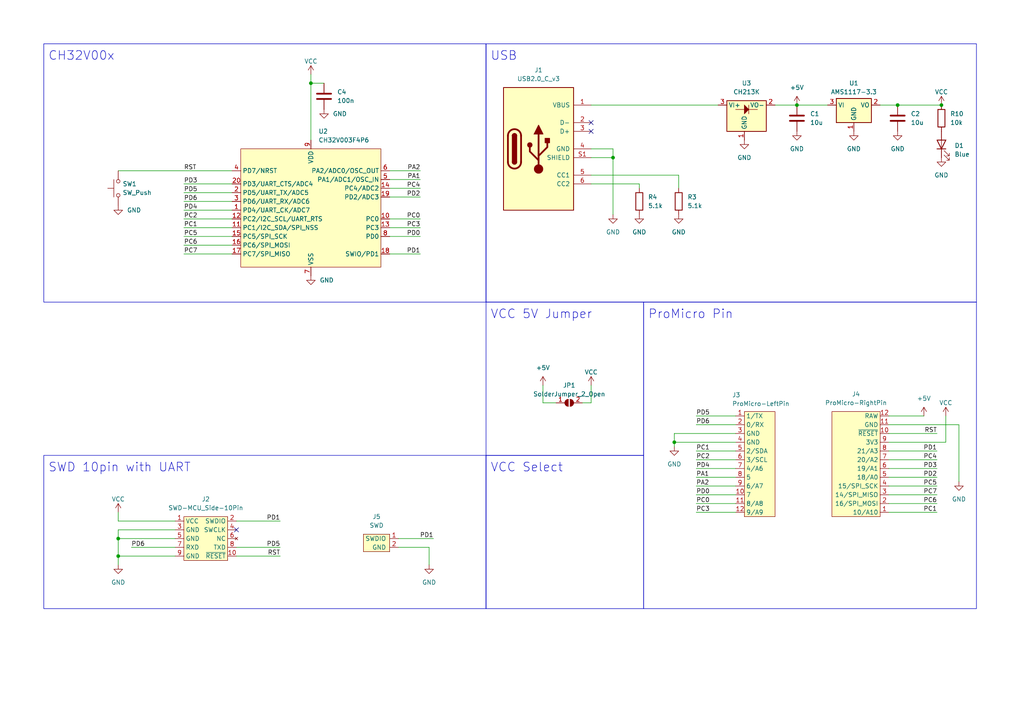
<source format=kicad_sch>
(kicad_sch (version 20231120) (generator "eeschema") (generator_version "8.0")
  (paper "A4")
  (title_block (title "CH32V003 ProMicro") (rev "v1.3.1"))
  (lib_symbols
    (symbol "74th_Interface:ProMicro-Left"
      (property "Reference" "CH" (at 0 12.7 0))
      (property "Value" "ProMicro-Left" (at 0 15.24 0))
      (symbol "ProMicro-Left_0_1"
        (rectangle (start -3.81 11.43) (end 5.08 -19.05) (stroke (width 0.1524)) (fill (type background)))
      )
      (symbol "ProMicro-Left_1_1"
        (pin bidirectional line (at -6.35 10.16 0) (length 2.54) (name "1/TX") (number "1"))
        (pin bidirectional line (at -6.35 -12.7 0) (length 2.54) (name "7") (number "10"))
        (pin bidirectional line (at -6.35 -15.24 0) (length 2.54) (name "8/A8") (number "11"))
        (pin bidirectional line (at -6.35 -17.78 0) (length 2.54) (name "9/A9") (number "12"))
        (pin bidirectional line (at -6.35 7.62 0) (length 2.54) (name "0/RX") (number "2"))
        (pin power_in line (at -6.35 5.08 0) (length 2.54) (name "GND") (number "3"))
        (pin power_in line (at -6.35 2.54 0) (length 2.54) (name "GND") (number "4"))
        (pin bidirectional line (at -6.35 0 0) (length 2.54) (name "2/SDA") (number "5"))
        (pin bidirectional line (at -6.35 -2.54 0) (length 2.54) (name "3/SCL") (number "6"))
        (pin bidirectional line (at -6.35 -5.08 0) (length 2.54) (name "4/A6") (number "7"))
        (pin bidirectional line (at -6.35 -7.62 0) (length 2.54) (name "5") (number "8"))
        (pin bidirectional line (at -6.35 -10.16 0) (length 2.54) (name "6/A7") (number "9"))
      )
    )
    (symbol "74th_Interface:ProMicro-Right"
      (property "Reference" "CH" (at 0 12.7 0))
      (property "Value" "ProMicro-Right" (at 0 15.24 0))
      (symbol "ProMicro-Right_0_1"
        (rectangle (start -3.81 11.43) (end 10.16 -19.05) (stroke (width 0.1524)) (fill (type background)))
      )
      (symbol "ProMicro-Right_1_1"
        (pin bidirectional line (at 12.7 -17.78 180) (length 2.54) (name "10/A10") (number "1"))
        (pin input line (at 12.7 5.08 180) (length 2.54) (name "~{RESET}") (number "10"))
        (pin power_in line (at 12.7 7.62 180) (length 2.54) (name "GND") (number "11"))
        (pin power_in line (at 12.7 10.16 180) (length 2.54) (name "RAW") (number "12"))
        (pin bidirectional line (at 12.7 -15.24 180) (length 2.54) (name "16/SPI_MOSI") (number "2"))
        (pin bidirectional line (at 12.7 -12.7 180) (length 2.54) (name "14/SPI_MISO") (number "3"))
        (pin bidirectional line (at 12.7 -10.16 180) (length 2.54) (name "15/SPI_SCK") (number "4"))
        (pin bidirectional line (at 12.7 -7.62 180) (length 2.54) (name "18/A0") (number "5"))
        (pin bidirectional line (at 12.7 -5.08 180) (length 2.54) (name "19/A1") (number "6"))
        (pin bidirectional line (at 12.7 -2.54 180) (length 2.54) (name "20/A2") (number "7"))
        (pin bidirectional line (at 12.7 0 180) (length 2.54) (name "21/A3") (number "8"))
        (pin power_in line (at 12.7 2.54 180) (length 2.54) (name "3V3") (number "9"))
      )
    )
    (symbol "74th_Interface:SWD_10Pin_MCU-Side"
      (property "Reference" "J" (at 0 7.62 0))
      (property "Value" "SWD_10Pin_MCU-Side" (at 0 5.08 0))
      (symbol "SWD_10Pin_MCU-Side_0_1"
        (rectangle (start -6.35 3.81) (end 6.35 -8.89) (fill (type background)))
      )
      (symbol "SWD_10Pin_MCU-Side_1_1"
        (pin passive line (at -8.89 2.54 0) (length 2.54) (name "VCC") (number "1"))
        (pin bidirectional line (at 8.89 -7.62 180) (length 2.54) (name "~{RESET}") (number "10"))
        (pin bidirectional line (at 8.89 2.54 180) (length 2.54) (name "SWDIO") (number "2"))
        (pin passive line (at -8.89 0 0) (length 2.54) (name "GND") (number "3"))
        (pin input line (at 8.89 0 180) (length 2.54) (name "SWCLK") (number "4"))
        (pin passive line (at -8.89 -2.54 0) (length 2.54) (name "GND") (number "5"))
        (pin no_connect line (at 8.89 -2.54 180) (length 2.54) (name "NC") (number "6"))
        (pin input line (at -8.89 -5.08 0) (length 2.54) (name "RXD") (number "7"))
        (pin output line (at 8.89 -5.08 180) (length 2.54) (name "TXD") (number "8"))
        (pin passive line (at -8.89 -7.62 0) (length 2.54) (name "GND") (number "9"))
      )
    )
    (symbol "74th_Interface:SWD_WCH-1Wire" (pin_names (offset 1.016))
      (property "Reference" "CH" (at -3.81 5.08 0))
      (property "Value" "SWD" (at 3.81 5.08 0))
      (symbol "SWD_WCH-1Wire_0_1"
        (rectangle (start -3.81 3.81) (end 3.81 -1.27) (fill (type background)))
      )
      (symbol "SWD_WCH-1Wire_1_1"
        (pin bidirectional line (at 6.35 2.54 180) (length 2.54) (name "SWDIO") (number "1"))
        (pin power_in line (at 6.35 0 180) (length 2.54) (name "GND") (number "2"))
      )
    )
    (symbol "74th_Interface:USB_TypeC-2.0_Receptacle_Simple" (pin_names (offset 1.016))
      (property "Reference" "J" (at -10.16 19.05 0))
      (property "Value" "USB2.0-C_SMT" (at 15.24 19.05 0))
      (symbol "USB_TypeC-2.0_Receptacle_Simple_0_1"
        (rectangle (start -10.16 17.78) (end 10.16 -17.78) (stroke (width 0.254)) (fill (type background)))
        (arc (start -8.89 -3.81) (mid -6.985 -5.7067) (end -5.08 -3.81) (stroke (width 0.508)))
        (arc (start -7.62 -3.81) (mid -6.985 -4.4423) (end -6.35 -3.81) (stroke (width 0.254)))
        (arc (start -7.62 -3.81) (mid -6.985 -4.4423) (end -6.35 -3.81) (stroke (width 0.254)) (fill (type outline)))
        (rectangle (start -7.62 -3.81) (end -6.35 3.81) (stroke (width 0.254)) (fill (type outline)))
        (arc (start -6.35 3.81) (mid -6.985 4.4423) (end -7.62 3.81) (stroke (width 0.254)))
        (arc (start -6.35 3.81) (mid -6.985 4.4423) (end -7.62 3.81) (stroke (width 0.254)) (fill (type outline)))
        (arc (start -5.08 3.81) (mid -6.985 5.7067) (end -8.89 3.81) (stroke (width 0.508)))
        (circle (center -2.54 1.143) (radius 0.635) (stroke (width 0.254)) (fill (type outline)))
        (circle (center 0 -5.842) (radius 1.27) (fill (type outline)))
        (polyline (pts (xy -8.89 -3.81) (xy -8.89 3.81)) (stroke (width 0.508)))
        (polyline (pts (xy -5.08 3.81) (xy -5.08 -3.81)) (stroke (width 0.508)))
        (polyline (pts (xy 0 -5.842) (xy 0 4.318)) (stroke (width 0.508)))
        (polyline (pts (xy 0 -3.302) (xy -2.54 -0.762) (xy -2.54 0.508)) (stroke (width 0.508)))
        (polyline (pts (xy 0 -2.032) (xy 2.54 0.508) (xy 2.54 1.778)) (stroke (width 0.508)))
        (polyline (pts (xy -1.27 4.318) (xy 0 6.858) (xy 1.27 4.318) (xy -1.27 4.318)) (stroke (width 0.254)) (fill (type outline)))
        (rectangle (start 1.905 1.778) (end 3.175 3.048) (stroke (width 0.254)) (fill (type outline)))
      )
      (symbol "USB_TypeC-2.0_Receptacle_Simple_1_1"
        (pin power_out line (at 15.24 12.7 180) (length 5.08) (name "VBUS") (number "1"))
        (pin bidirectional line (at 15.24 7.62 180) (length 5.08) (name "D-") (number "2"))
        (pin bidirectional line (at 15.24 5.08 180) (length 5.08) (name "D+") (number "3"))
        (pin power_out line (at 15.24 0 180) (length 5.08) (name "GND") (number "4"))
        (pin input line (at 15.24 -7.62 180) (length 5.08) (name "CC1") (number "5"))
        (pin input line (at 15.24 -10.16 180) (length 5.08) (name "CC2") (number "6"))
        (pin passive line (at 15.24 -2.54 180) (length 5.08) (name "SHIELD") (number "S1"))
      )
    )
    (symbol "74th_MCU:CH32V003F4P6"
      (property "Reference" "U" (at -11.43 25.4 0))
      (property "Value" "CH32V003F4P6" (at 12.7 25.4 0))
      (symbol "CH32V003F4P6_0_1"
        (rectangle (start -20.32 24.13) (end 20.32 -10.16) (stroke (width 0.1524)) (fill (type background)))
      )
      (symbol "CH32V003F4P6_1_1"
        (pin bidirectional line (at -22.86 6.35 0) (length 2.54) (name "PD4/UART_CK/ADC7") (number "1"))
        (pin bidirectional line (at 22.86 3.81 180) (length 2.54) (name "PC0") (number "10"))
        (pin bidirectional line (at -22.86 1.27 0) (length 2.54) (name "PC1/I2C_SDA/SPI_NSS") (number "11"))
        (pin bidirectional line (at -22.86 3.81 0) (length 2.54) (name "PC2/I2C_SCL/UART_RTS") (number "12"))
        (pin bidirectional line (at 22.86 1.27 180) (length 2.54) (name "PC3") (number "13"))
        (pin bidirectional line (at 22.86 12.7 180) (length 2.54) (name "PC4/ADC2") (number "14"))
        (pin bidirectional line (at -22.86 -1.27 0) (length 2.54) (name "PC5/SPI_SCK") (number "15"))
        (pin bidirectional line (at -22.86 -3.81 0) (length 2.54) (name "PC6/SPI_MOSI") (number "16"))
        (pin bidirectional line (at -22.86 -6.35 0) (length 2.54) (name "PC7/SPI_MISO") (number "17"))
        (pin bidirectional line (at 22.86 -6.35 180) (length 2.54) (name "SWIO/PD1") (number "18"))
        (pin bidirectional line (at 22.86 10.16 180) (length 2.54) (name "PD2/ADC3") (number "19"))
        (pin bidirectional line (at -22.86 11.43 0) (length 2.54) (name "PD5/UART_TX/ADC5") (number "2"))
        (pin bidirectional line (at -22.86 13.97 0) (length 2.54) (name "PD3/UART_CTS/ADC4") (number "20"))
        (pin bidirectional line (at -22.86 8.89 0) (length 2.54) (name "PD6/UART_RX/ADC6") (number "3"))
        (pin bidirectional line (at -22.86 17.78 0) (length 2.54) (name "PD7/NRST") (number "4"))
        (pin bidirectional line (at 22.86 15.24 180) (length 2.54) (name "PA1/ADC1/OSC_IN") (number "5"))
        (pin bidirectional line (at 22.86 17.78 180) (length 2.54) (name "PA2/ADC0/OSC_OUT") (number "6"))
        (pin power_in line (at 0 -12.7 90) (length 2.54) (name "VSS") (number "7"))
        (pin bidirectional line (at 22.86 -1.27 180) (length 2.54) (name "PD0") (number "8"))
        (pin power_in line (at 0 26.67 270) (length 2.54) (name "VDD") (number "9"))
      )
    )
    (symbol "74th_Passive:AMS1117-3.3_Regulator_SOT89"
      (property "Reference" "U" (at -3.81 3.175 0))
      (property "Value" "AMS1117" (at 0 3.175 0))
      (symbol "AMS1117-3.3_Regulator_SOT89_0_1"
        (rectangle (start -5.08 1.905) (end 5.08 -5.08) (stroke (width 0.254)) (fill (type background)))
      )
      (symbol "AMS1117-3.3_Regulator_SOT89_1_1"
        (pin power_in line (at 0 -7.62 90) (length 2.54) (name "GND") (number "1"))
        (pin power_out line (at 7.62 0 180) (length 2.54) (name "VO") (number "2"))
        (pin power_in line (at -7.62 0 0) (length 2.54) (name "VI") (number "3"))
      )
    )
    (symbol "74th_Passive:CH213K_Ideal-Diode-for-USB-Power"
      (property "Reference" "U" (at -3.81 6.35 0))
      (property "Value" "CH213K" (at 2.54 6.35 0))
      (symbol "CH213K_Ideal-Diode-for-USB-Power_0_1"
        (polyline (pts (xy -2.54 2.54) (xy 3.81 2.54)))
        (polyline (pts (xy 1.27 3.81) (xy 1.27 1.27)))
      )
      (symbol "CH213K_Ideal-Diode-for-USB-Power_1_1"
        (rectangle (start -5.08 5.08) (end 6.35 -3.81) (stroke (width 0.254)) (fill (type background)))
        (polyline (pts (xy 0 3.81) (xy 0 1.27) (xy 1.27 2.54) (xy 0 3.81)) (fill (type outline)))
        (pin power_in line (at 0 -6.35 90) (length 2.54) (name "GND") (number "1"))
        (pin power_out line (at 8.89 3.81 180) (length 2.54) (name "VO-") (number "2"))
        (pin power_in line (at -7.62 3.81 0) (length 2.54) (name "VI+") (number "3"))
      )
    )
    (symbol "Device:C" (pin_numbers hide) (pin_names (offset 0.254))
      (property "Reference" "C" (at 0.635 2.54 0))
      (property "Value" "C" (at 0.635 -2.54 0))
      (symbol "C_0_1"
        (polyline (pts (xy -2.032 -0.762) (xy 2.032 -0.762)) (stroke (width 0.508)))
        (polyline (pts (xy -2.032 0.762) (xy 2.032 0.762)) (stroke (width 0.508)))
      )
      (symbol "C_1_1"
        (pin passive line (at 0 3.81 270) (length 2.794) (name "~") (number "1"))
        (pin passive line (at 0 -3.81 90) (length 2.794) (name "~") (number "2"))
      )
    )
    (symbol "Device:LED" (pin_numbers hide) (pin_names (offset 1.016) hide)
      (property "Reference" "D" (at 0 2.54 0))
      (property "Value" "LED" (at 0 -2.54 0))
      (symbol "LED_0_1"
        (polyline (pts (xy -1.27 -1.27) (xy -1.27 1.27)) (stroke (width 0.254)))
        (polyline (pts (xy -1.27 0) (xy 1.27 0)))
        (polyline (pts (xy 1.27 -1.27) (xy 1.27 1.27) (xy -1.27 0) (xy 1.27 -1.27)) (stroke (width 0.254)))
        (polyline (pts (xy -3.048 -0.762) (xy -4.572 -2.286) (xy -3.81 -2.286) (xy -4.572 -2.286) (xy -4.572 -1.524)))
        (polyline (pts (xy -1.778 -0.762) (xy -3.302 -2.286) (xy -2.54 -2.286) (xy -3.302 -2.286) (xy -3.302 -1.524)))
      )
      (symbol "LED_1_1"
        (pin passive line (at -3.81 0 0) (length 2.54) (name "K") (number "1"))
        (pin passive line (at 3.81 0 180) (length 2.54) (name "A") (number "2"))
      )
    )
    (symbol "Device:R" (pin_numbers hide) (pin_names (offset 0))
      (property "Reference" "R" (at 2.032 0 90))
      (property "Value" "R" (at 0 0 90))
      (symbol "R_0_1"
        (rectangle (start -1.016 -2.54) (end 1.016 2.54) (stroke (width 0.254)))
      )
      (symbol "R_1_1"
        (pin passive line (at 0 3.81 270) (length 1.27) (name "~") (number "1"))
        (pin passive line (at 0 -3.81 90) (length 1.27) (name "~") (number "2"))
      )
    )
    (symbol "Jumper:SolderJumper_2_Open" (pin_names (offset 0) hide)
      (property "Reference" "JP" (at 0 2.032 0))
      (property "Value" "SolderJumper_2_Open" (at 0 -2.54 0))
      (symbol "SolderJumper_2_Open_0_1"
        (arc (start -0.254 1.016) (mid -1.2656 0) (end -0.254 -1.016))
        (arc (start -0.254 1.016) (mid -1.2656 0) (end -0.254 -1.016) (fill (type outline)))
        (polyline (pts (xy -0.254 1.016) (xy -0.254 -1.016)))
        (polyline (pts (xy 0.254 1.016) (xy 0.254 -1.016)))
        (arc (start 0.254 -1.016) (mid 1.2656 0) (end 0.254 1.016))
        (arc (start 0.254 -1.016) (mid 1.2656 0) (end 0.254 1.016) (fill (type outline)))
      )
      (symbol "SolderJumper_2_Open_1_1"
        (pin passive line (at -3.81 0 0) (length 2.54) (name "A") (number "1"))
        (pin passive line (at 3.81 0 180) (length 2.54) (name "B") (number "2"))
      )
    )
    (symbol "Switch:SW_Push" (pin_numbers hide) (pin_names (offset 1.016) hide)
      (property "Reference" "SW" (at 1.27 2.54 0))
      (property "Value" "SW_Push" (at 0 -1.524 0))
      (symbol "SW_Push_0_1"
        (circle (center -2.032 0) (radius 0.508))
        (polyline (pts (xy 0 1.27) (xy 0 3.048)))
        (polyline (pts (xy 2.54 1.27) (xy -2.54 1.27)))
        (circle (center 2.032 0) (radius 0.508))
        (pin passive line (at -5.08 0 0) (length 2.54) (name "1") (number "1"))
        (pin passive line (at 5.08 0 180) (length 2.54) (name "2") (number "2"))
      )
    )
    (symbol "power:+5V" (power) (pin_names (offset 0))
      (property "Value" "+5V" (at 0 3.556 0))
      (symbol "+5V_0_1"
        (polyline (pts (xy -0.762 1.27) (xy 0 2.54)))
        (polyline (pts (xy 0 0) (xy 0 2.54)))
        (polyline (pts (xy 0 2.54) (xy 0.762 1.27)))
      )
      (symbol "+5V_1_1"
        (pin power_in line (at 0 0 90) (length 0) hide (name "+5V") (number "1"))
      )
    )
    (symbol "power:GND" (power) (pin_names (offset 0))
      (property "Value" "GND" (at 0 -3.81 0))
      (symbol "GND_0_1"
        (polyline (pts (xy 0 0) (xy 0 -1.27) (xy 1.27 -1.27) (xy 0 -2.54) (xy -1.27 -1.27) (xy 0 -1.27)))
      )
      (symbol "GND_1_1"
        (pin power_in line (at 0 0 270) (length 0) hide (name "GND") (number "1"))
      )
    )
    (symbol "power:VCC" (power) (pin_names (offset 0))
      (property "Value" "VCC" (at 0 3.81 0))
      (symbol "VCC_0_1"
        (polyline (pts (xy -0.762 1.27) (xy 0 2.54)))
        (polyline (pts (xy 0 0) (xy 0 2.54)))
        (polyline (pts (xy 0 2.54) (xy 0.762 1.27)))
      )
      (symbol "VCC_1_1"
        (pin power_in line (at 0 0 90) (length 0) hide (name "VCC") (number "1"))
      )
    )
  )
  (junction (at 195.58 128.27))
  (junction (at 34.29 161.29))
  (junction (at 260.35 30.48))
  (junction (at 34.29 156.21))
  (junction (at 177.8 45.72))
  (junction (at 273.05 30.48))
  (junction (at 90.17 24.13))
  (junction (at 231.14 30.48))
  (no_connect (at 68.58 153.67))
  (no_connect (at 171.45 38.1))
  (no_connect (at 171.45 35.56))
  (wire (pts (xy 53.34 71.12) (xy 67.31 71.12)))
  (wire (pts (xy 53.34 60.96) (xy 67.31 60.96)))
  (wire (pts (xy 53.34 53.34) (xy 67.31 53.34)))
  (wire (pts (xy 201.93 148.59) (xy 213.36 148.59)))
  (wire (pts (xy 257.81 128.27) (xy 274.32 128.27)))
  (wire (pts (xy 53.34 63.5) (xy 67.31 63.5)))
  (wire (pts (xy 231.14 30.48) (xy 240.03 30.48)))
  (wire (pts (xy 53.34 66.04) (xy 67.31 66.04)))
  (wire (pts (xy 90.17 21.59) (xy 90.17 24.13)))
  (wire (pts (xy 201.93 123.19) (xy 213.36 123.19)))
  (wire (pts (xy 224.79 30.48) (xy 231.14 30.48)))
  (wire (pts (xy 196.85 50.8) (xy 196.85 54.61)))
  (wire (pts (xy 201.93 140.97) (xy 213.36 140.97)))
  (wire (pts (xy 257.81 120.65) (xy 267.97 120.65)))
  (wire (pts (xy 201.93 133.35) (xy 213.36 133.35)))
  (wire (pts (xy 34.29 153.67) (xy 50.8 153.67)))
  (wire (pts (xy 260.35 30.48) (xy 273.05 30.48)))
  (wire (pts (xy 124.46 158.75) (xy 124.46 163.83)))
  (wire (pts (xy 201.93 130.81) (xy 213.36 130.81)))
  (wire (pts (xy 34.29 156.21) (xy 50.8 156.21)))
  (wire (pts (xy 201.93 135.89) (xy 213.36 135.89)))
  (wire (pts (xy 34.29 161.29) (xy 34.29 163.83)))
  (wire (pts (xy 177.8 45.72) (xy 177.8 62.23)))
  (wire (pts (xy 171.45 53.34) (xy 185.42 53.34)))
  (wire (pts (xy 257.81 148.59) (xy 271.78 148.59)))
  (wire (pts (xy 257.81 123.19) (xy 278.13 123.19)))
  (wire (pts (xy 34.29 153.67) (xy 34.29 156.21)))
  (wire (pts (xy 121.92 57.15) (xy 113.03 57.15)))
  (wire (pts (xy 257.81 125.73) (xy 271.78 125.73)))
  (wire (pts (xy 161.29 116.84) (xy 157.48 116.84)))
  (wire (pts (xy 113.03 52.07) (xy 121.92 52.07)))
  (wire (pts (xy 34.29 151.13) (xy 34.29 148.59)))
  (wire (pts (xy 213.36 125.73) (xy 195.58 125.73)))
  (wire (pts (xy 171.45 30.48) (xy 208.28 30.48)))
  (wire (pts (xy 38.1 158.75) (xy 50.8 158.75)))
  (wire (pts (xy 201.93 143.51) (xy 213.36 143.51)))
  (wire (pts (xy 257.81 143.51) (xy 271.78 143.51)))
  (wire (pts (xy 34.29 156.21) (xy 34.29 161.29)))
  (wire (pts (xy 121.92 63.5) (xy 113.03 63.5)))
  (wire (pts (xy 201.93 120.65) (xy 213.36 120.65)))
  (wire (pts (xy 115.57 158.75) (xy 124.46 158.75)))
  (wire (pts (xy 278.13 123.19) (xy 278.13 139.7)))
  (wire (pts (xy 90.17 24.13) (xy 93.98 24.13)))
  (wire (pts (xy 157.48 116.84) (xy 157.48 111.76)))
  (wire (pts (xy 113.03 49.53) (xy 121.92 49.53)))
  (wire (pts (xy 171.45 45.72) (xy 177.8 45.72)))
  (wire (pts (xy 50.8 161.29) (xy 34.29 161.29)))
  (wire (pts (xy 53.34 58.42) (xy 67.31 58.42)))
  (wire (pts (xy 195.58 125.73) (xy 195.58 128.27)))
  (wire (pts (xy 201.93 146.05) (xy 213.36 146.05)))
  (wire (pts (xy 177.8 43.18) (xy 177.8 45.72)))
  (wire (pts (xy 113.03 73.66) (xy 121.92 73.66)))
  (wire (pts (xy 257.81 138.43) (xy 271.78 138.43)))
  (wire (pts (xy 121.92 66.04) (xy 113.03 66.04)))
  (wire (pts (xy 257.81 140.97) (xy 271.78 140.97)))
  (wire (pts (xy 171.45 116.84) (xy 171.45 111.76)))
  (wire (pts (xy 257.81 146.05) (xy 271.78 146.05)))
  (wire (pts (xy 68.58 161.29) (xy 81.28 161.29)))
  (wire (pts (xy 257.81 135.89) (xy 271.78 135.89)))
  (wire (pts (xy 68.58 158.75) (xy 81.28 158.75)))
  (wire (pts (xy 53.34 55.88) (xy 67.31 55.88)))
  (wire (pts (xy 257.81 133.35) (xy 271.78 133.35)))
  (wire (pts (xy 195.58 128.27) (xy 213.36 128.27)))
  (wire (pts (xy 185.42 53.34) (xy 185.42 54.61)))
  (wire (pts (xy 121.92 68.58) (xy 113.03 68.58)))
  (wire (pts (xy 53.34 68.58) (xy 67.31 68.58)))
  (wire (pts (xy 90.17 24.13) (xy 90.17 40.64)))
  (wire (pts (xy 53.34 73.66) (xy 67.31 73.66)))
  (wire (pts (xy 177.8 43.18) (xy 171.45 43.18)))
  (wire (pts (xy 115.57 156.21) (xy 125.73 156.21)))
  (wire (pts (xy 171.45 50.8) (xy 196.85 50.8)))
  (wire (pts (xy 201.93 138.43) (xy 213.36 138.43)))
  (wire (pts (xy 68.58 151.13) (xy 81.28 151.13)))
  (wire (pts (xy 50.8 151.13) (xy 34.29 151.13)))
  (wire (pts (xy 257.81 130.81) (xy 271.78 130.81)))
  (wire (pts (xy 34.29 49.53) (xy 67.31 49.53)))
  (wire (pts (xy 195.58 128.27) (xy 195.58 129.54)))
  (wire (pts (xy 168.91 116.84) (xy 171.45 116.84)))
  (wire (pts (xy 255.27 30.48) (xy 260.35 30.48)))
  (wire (pts (xy 121.92 54.61) (xy 113.03 54.61)))
  (wire (pts (xy 274.32 128.27) (xy 274.32 120.65)))
  (rectangle (start 12.7 12.7) (end 140.97 87.63))
  (rectangle (start 140.97 12.7) (end 283.21 87.63))
  (rectangle (start 186.69 87.63) (end 283.21 176.53))
  (rectangle (start 140.97 132.08) (end 186.69 176.53))
  (rectangle (start 140.97 87.63) (end 186.69 132.08))
  (rectangle (start 12.7 132.08) (end 140.97 176.53))
  (text "VCC 5V Jumper" (at 142.24 92.71 0) (effects (font (size 2.54 2.54)) (justify left bottom)))
  (text "CH32V00x" (at 13.97 17.78 0) (effects (font (size 2.54 2.54)) (justify left bottom)))
  (text "VCC Select" (at 142.24 137.16 0) (effects (font (size 2.54 2.54)) (justify left bottom)))
  (text "ProMicro Pin" (at 187.96 92.71 0) (effects (font (size 2.54 2.54)) (justify left bottom)))
  (text "USB" (at 142.24 17.78 0) (effects (font (size 2.54 2.54)) (justify left bottom)))
  (text "SWD 10pin with UART" (at 13.97 137.16 0) (effects (font (size 2.54 2.54)) (justify left bottom)))
  (label "PC5" (at 53.34 68.58 0))
  (label "PA1" (at 201.93 138.43 0))
  (label "PC0" (at 121.92 63.5 180))
  (label "PC1" (at 201.93 130.81 0))
  (label "PC1" (at 53.34 66.04 0))
  (label "PD2" (at 271.78 138.43 180))
  (label "PC7" (at 271.78 143.51 180))
  (label "PC6" (at 271.78 146.05 180))
  (label "PC5" (at 271.78 140.97 180))
  (label "PA1" (at 121.92 52.07 180))
  (label "PD5" (at 81.28 158.75 180))
  (label "PD1" (at 125.73 156.21 180))
  (label "PD0" (at 121.92 68.58 180))
  (label "RST" (at 81.28 161.29 180))
  (label "PD5" (at 201.93 120.65 0))
  (label "PD5" (at 53.34 55.88 0))
  (label "PD4" (at 53.34 60.96 0))
  (label "RST" (at 271.78 125.73 180))
  (label "PC2" (at 201.93 133.35 0))
  (label "PA2" (at 121.92 49.53 180))
  (label "PD3" (at 53.34 53.34 0))
  (label "RST" (at 53.34 49.53 0))
  (label "PC4" (at 121.92 54.61 180))
  (label "PD1" (at 271.78 130.81 180))
  (label "PD1" (at 81.28 151.13 180))
  (label "PD2" (at 121.92 57.15 180))
  (label "PD4" (at 201.93 135.89 0))
  (label "PC3" (at 201.93 148.59 0))
  (label "PA2" (at 201.93 140.97 0))
  (label "PD6" (at 201.93 123.19 0))
  (label "PC4" (at 271.78 133.35 180))
  (label "PD1" (at 121.92 73.66 180))
  (label "PC3" (at 121.92 66.04 180))
  (label "PC1" (at 271.78 148.59 180))
  (label "PD0" (at 201.93 143.51 0))
  (label "PD3" (at 271.78 135.89 180))
  (label "PC2" (at 53.34 63.5 0))
  (label "PD6" (at 38.1 158.75 0))
  (label "PD6" (at 53.34 58.42 0))
  (label "PC0" (at 201.93 146.05 0))
  (label "PC7" (at 53.34 73.66 0))
  (label "PC6" (at 53.34 71.12 0))
  (symbol (lib_id "power:GND") (at 34.29 59.69 0) (unit 1)
    (property "Reference" "#PWR0115" (effects (hide yes)))
    (property "Value" "GND" (at 36.83 60.9599 0) (effects (justify left)))
  )
  (symbol (lib_id "power:VCC") (at 273.05 30.48 0) (unit 1)
    (property "Reference" "#PWR03" (effects (hide yes)))
    (property "Value" "VCC" (at 273.05 26.67 0))
  )
  (symbol (lib_id "power:VCC") (at 90.17 21.59 0) (unit 1)
    (property "Reference" "#PWR04" (effects (hide yes)))
    (property "Value" "VCC" (at 90.17 17.78 0))
  )
  (symbol (lib_id "power:GND") (at 177.8 62.23 0) (unit 1)
    (property "Reference" "#PWR0101" (effects (hide yes)))
    (property "Value" "GND" (at 177.8 67.31 0))
  )
  (symbol (lib_id "power:VCC") (at 274.32 120.65 0) (unit 1)
    (property "Reference" "#PWR02" (effects (hide yes)))
    (property "Value" "VCC" (at 274.32 116.84 0))
  )
  (symbol (lib_id "Switch:SW_Push") (at 34.29 54.61 90) (unit 1)
    (property "Reference" "SW1" (at 35.56 53.3399 90) (effects (justify right)))
    (property "Value" "SW_Push" (at 35.56 55.8799 90) (effects (justify right)))
    (property "Footprint" "74th:Switch_SKRPABE010" (effects (hide yes)))
    (property "Function" "RST" (effects (hide yes)))
  )
  (symbol (lib_id "Device:R") (at 273.05 34.29 0) (unit 1)
    (property "Reference" "R10" (at 275.59 33.02 0) (effects (justify left)))
    (property "Value" "10k" (at 275.59 35.56 0) (effects (justify left)))
    (property "Footprint" "74th:Register_0603_1608" (effects (hide yes)))
  )
  (symbol (lib_id "power:GND") (at 215.9 40.64 0) (unit 1)
    (property "Reference" "#PWR011" (effects (hide yes)))
    (property "Value" "GND" (at 215.9 45.72 0))
  )
  (symbol (lib_id "power:GND") (at 195.58 129.54 0) (unit 1)
    (property "Reference" "#PWR0113" (effects (hide yes)))
    (property "Value" "GND" (at 195.58 134.62 0))
  )
  (symbol (lib_id "power:+5V") (at 157.48 111.76 0) (unit 1)
    (property "Reference" "#PWR06" (effects (hide yes)))
    (property "Value" "+5V" (at 157.48 106.68 0))
  )
  (symbol (lib_id "74th_MCU:CH32V003F4P6") (at 90.17 67.31 0) (unit 1)
    (property "Reference" "U2" (at 92.3641 38.1 0) (effects (justify left)))
    (property "Value" "CH32V003F4P6" (at 92.3641 40.64 0) (effects (justify left)))
    (property "Footprint" "74th:Package_TSSOP-20_4.4x6.5mm_P0.65mm" (effects (hide yes)))
  )
  (symbol (lib_id "Jumper:SolderJumper_2_Open") (at 165.1 116.84 0) (unit 1)
    (property "Reference" "JP1" (at 165.1 111.76 0))
    (property "Value" "SolderJumper_2_Open" (at 165.1 114.3 0))
    (property "Footprint" "74th:SolderJumper-2" (effects (hide yes)))
  )
  (symbol (lib_id "Device:C") (at 93.98 27.94 0) (unit 1)
    (property "Reference" "C4" (at 97.79 26.6699 0) (effects (justify left)))
    (property "Value" "100n" (at 97.79 29.2099 0) (effects (justify left)))
    (property "Footprint" "74th:Capacitor_0603_1608" (effects (hide yes)))
  )
  (symbol (lib_id "power:GND") (at 260.35 38.1 0) (unit 1)
    (property "Reference" "#PWR0103" (effects (hide yes)))
    (property "Value" "GND" (at 260.35 43.18 0))
  )
  (symbol (lib_id "power:VCC") (at 171.45 111.76 0) (unit 1)
    (property "Reference" "#PWR07" (effects (hide yes)))
    (property "Value" "VCC" (at 171.45 107.95 0))
  )
  (symbol (lib_id "power:GND") (at 90.17 80.01 0) (unit 1)
    (property "Reference" "#PWR0123" (effects (hide yes)))
    (property "Value" "GND" (at 92.71 81.2799 0) (effects (justify left)))
  )
  (symbol (lib_id "power:VCC") (at 34.29 148.59 0) (unit 1)
    (property "Reference" "#PWR09" (effects (hide yes)))
    (property "Value" "VCC" (at 34.29 144.78 0))
  )
  (symbol (lib_id "power:GND") (at 231.14 38.1 0) (unit 1)
    (property "Reference" "#PWR0106" (effects (hide yes)))
    (property "Value" "GND" (at 231.14 43.18 0))
  )
  (symbol (lib_id "74th_Interface:ProMicro-Left") (at 219.71 130.81 0) (unit 1)
    (property "Reference" "J3" (at 212.344 114.554 0) (effects (justify left)))
    (property "Value" "ProMicro-LeftPin" (at 212.344 117.094 0) (effects (justify left)))
    (property "Footprint" "74th:PinOut_ProMicro-LIKE_LEFT" (effects (hide yes)))
  )
  (symbol (lib_id "power:+5V") (at 267.97 120.65 0) (unit 1)
    (property "Reference" "#PWR0112" (effects (hide yes)))
    (property "Value" "+5V" (at 267.97 115.57 0))
  )
  (symbol (lib_id "74th_Passive:AMS1117-3.3_Regulator_SOT89") (at 247.65 30.48 0) (unit 1)
    (property "Reference" "U1" (at 247.65 24.13 0))
    (property "Value" "AMS1117-3.3" (at 247.65 26.67 0))
    (property "Footprint" "74th:Package_SOT-89-3" (effects (hide yes)))
    (property "Datasheet" "http://www.advanced-monolithic.com/pdf/ds1117.pdf" (effects (hide yes)))
    (property "Description" "1A Low Dropout regulator, positive, adjustable output, SOT-223" (effects (hide yes)))
  )
  (symbol (lib_id "Device:R") (at 196.85 58.42 0) (unit 1)
    (property "Reference" "R3" (at 199.39 57.1499 0) (effects (justify left)))
    (property "Value" "5.1k" (at 199.39 59.6899 0) (effects (justify left)))
    (property "Footprint" "74th:Register_0603_1608" (effects (hide yes)))
  )
  (symbol (lib_id "74th_Interface:SWD_WCH-1Wire") (at 109.22 158.75 0) (unit 1)
    (property "Reference" "J5" (at 109.22 149.86 0))
    (property "Value" "SWD" (at 109.22 152.4 0))
    (property "Footprint" "74th:PinOut_Pin_2_2GND" (effects (hide yes)))
  )
  (symbol (lib_id "Device:R") (at 185.42 58.42 0) (unit 1)
    (property "Reference" "R4" (at 187.96 57.1499 0) (effects (justify left)))
    (property "Value" "5.1k" (at 187.96 59.6899 0) (effects (justify left)))
    (property "Footprint" "74th:Register_0603_1608" (effects (hide yes)))
  )
  (symbol (lib_id "power:GND") (at 185.42 62.23 0) (unit 1)
    (property "Reference" "#PWR0102" (effects (hide yes)))
    (property "Value" "GND" (at 185.42 67.31 0))
  )
  (symbol (lib_id "74th_Interface:USB_TypeC-2.0_Receptacle_Simple") (at 156.21 43.18 0) (unit 1)
    (property "Reference" "J1" (at 156.21 20.32 0))
    (property "Value" "USB2.0_C_v3" (at 156.21 22.86 0))
    (property "Footprint" "74th:Connector_USB-C-Receptacle_SMT_12-Pin_Simple" (effects (hide yes)))
    (property "Datasheet" "https://www.usb.org/sites/default/files/documents/usb_type-c.zip" (effects (hide yes)))
    (property "Description" "USB 2.0-only Type-C Plug connector" (effects (hide yes)))
  )
  (symbol (lib_id "power:GND") (at 34.29 163.83 0) (unit 1)
    (property "Reference" "#PWR08" (effects (hide yes)))
    (property "Value" "GND" (at 34.29 168.91 0))
  )
  (symbol (lib_id "74th_Interface:SWD_10Pin_MCU-Side") (at 59.69 153.67 0) (unit 1)
    (property "Reference" "J2" (at 59.69 144.78 0))
    (property "Value" "SWD-MCU_Side-10Pin" (at 59.69 147.32 0))
    (property "Footprint" "74th:Connector_HalfPinHeader_SWD" (effects (hide yes)))
  )
  (symbol (lib_id "power:GND") (at 247.65 38.1 0) (unit 1)
    (property "Reference" "#PWR0104" (effects (hide yes)))
    (property "Value" "GND" (at 247.65 43.18 0))
  )
  (symbol (lib_id "power:GND") (at 93.98 31.75 0) (unit 1)
    (property "Reference" "#PWR0117" (effects (hide yes)))
    (property "Value" "GND" (at 96.52 33.0199 0) (effects (justify left)))
  )
  (symbol (lib_id "power:GND") (at 278.13 139.7 0) (unit 1)
    (property "Reference" "#PWR0111" (effects (hide yes)))
    (property "Value" "GND" (at 278.13 144.78 0))
  )
  (symbol (lib_id "Device:C") (at 231.14 34.29 0) (unit 1)
    (property "Reference" "C1" (at 234.95 33.0199 0) (effects (justify left)))
    (property "Value" "10u" (at 234.95 35.5599 0) (effects (justify left)))
    (property "Footprint" "74th:Capacitor_0603_1608" (effects (hide yes)))
  )
  (symbol (lib_id "power:GND") (at 273.05 45.72 0) (unit 1)
    (property "Reference" "#PWR0108" (effects (hide yes)))
    (property "Value" "GND" (at 273.05 50.8 0))
  )
  (symbol (lib_id "74th_Interface:ProMicro-Right") (at 245.11 130.81 0) (unit 1)
    (property "Reference" "J4" (at 248.285 114.3 0))
    (property "Value" "ProMicro-RightPin" (at 248.285 116.84 0))
    (property "Footprint" "74th:PinOut_ProMicro-LIKE_RIGHT" (effects (hide yes)))
  )
  (symbol (lib_id "Device:C") (at 260.35 34.29 0) (unit 1)
    (property "Reference" "C2" (at 264.16 33.02 0) (effects (justify left)))
    (property "Value" "10u" (at 264.16 35.56 0) (effects (justify left)))
    (property "Footprint" "74th:Capacitor_0603_1608" (effects (hide yes)))
  )
  (symbol (lib_id "power:+5V") (at 231.14 30.48 0) (unit 1)
    (property "Reference" "#PWR0105" (effects (hide yes)))
    (property "Value" "+5V" (at 231.14 25.4 0))
  )
  (symbol (lib_id "power:GND") (at 124.46 163.83 0) (unit 1)
    (property "Reference" "#PWR013" (effects (hide yes)))
    (property "Value" "GND" (at 124.46 168.91 0))
  )
  (symbol (lib_id "Device:LED") (at 273.05 41.91 90) (unit 1)
    (property "Reference" "D1" (at 276.86 42.2275 90) (effects (justify right)))
    (property "Value" "Blue" (at 276.86 44.7675 90) (effects (justify right)))
    (property "Footprint" "74th:LED_0805_2012" (effects (hide yes)))
  )
  (symbol (lib_id "74th_Passive:CH213K_Ideal-Diode-for-USB-Power") (at 215.9 34.29 0) (unit 1)
    (property "Reference" "U3" (at 216.535 24.13 0))
    (property "Value" "CH213K" (at 216.535 26.67 0))
    (property "Footprint" "74th:Package_SOT-23" (effects (hide yes)))
  )
  (symbol (lib_id "power:GND") (at 196.85 62.23 0) (unit 1)
    (property "Reference" "#PWR0109" (effects (hide yes)))
    (property "Value" "GND" (at 196.85 67.31 0))
  )
)
</source>
